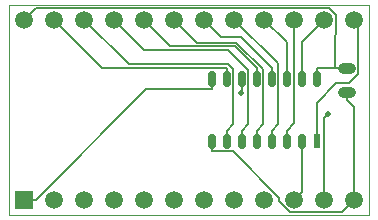
<source format=gbl>
G75*
%MOIN*%
%OFA0B0*%
%FSLAX25Y25*%
%IPPOS*%
%LPD*%
%AMOC8*
5,1,8,0,0,1.08239X$1,22.5*
%
%ADD10C,0.00000*%
%ADD11C,0.03564*%
%ADD12R,0.05906X0.05906*%
%ADD13C,0.05906*%
%ADD14R,0.02362X0.05118*%
%ADD15C,0.02339*%
%ADD16C,0.00600*%
%ADD17C,0.02000*%
D10*
X0001250Y0001000D02*
X0001250Y0071000D01*
X0121250Y0071000D01*
X0121250Y0001000D01*
X0001250Y0001000D01*
D11*
X0114968Y0042032D02*
X0114968Y0042068D01*
X0114968Y0042032D02*
X0112532Y0042032D01*
X0112532Y0042068D01*
X0114968Y0042068D01*
X0114968Y0049932D02*
X0114968Y0049968D01*
X0114968Y0049932D02*
X0112532Y0049932D01*
X0112532Y0049968D01*
X0114968Y0049968D01*
D12*
X0006250Y0006000D03*
D13*
X0016250Y0006000D03*
X0026250Y0006000D03*
X0036250Y0006000D03*
X0046250Y0006000D03*
X0056250Y0006000D03*
X0066250Y0006000D03*
X0076250Y0006000D03*
X0086250Y0006000D03*
X0096250Y0006000D03*
X0106250Y0006000D03*
X0116250Y0006000D03*
X0116250Y0066000D03*
X0106250Y0066000D03*
X0096250Y0066000D03*
X0086250Y0066000D03*
X0076250Y0066000D03*
X0066250Y0066000D03*
X0056250Y0066000D03*
X0046250Y0066000D03*
X0036250Y0066000D03*
X0026250Y0066000D03*
X0016250Y0066000D03*
X0006250Y0066000D03*
D14*
X0103750Y0025567D03*
D15*
X0098762Y0026957D02*
X0098762Y0024177D01*
X0098738Y0024177D01*
X0098738Y0026957D01*
X0098762Y0026957D01*
X0098762Y0026515D02*
X0098738Y0026515D01*
X0093762Y0026957D02*
X0093762Y0024177D01*
X0093738Y0024177D01*
X0093738Y0026957D01*
X0093762Y0026957D01*
X0093762Y0026515D02*
X0093738Y0026515D01*
X0088762Y0026957D02*
X0088762Y0024177D01*
X0088738Y0024177D01*
X0088738Y0026957D01*
X0088762Y0026957D01*
X0088762Y0026515D02*
X0088738Y0026515D01*
X0083762Y0026957D02*
X0083762Y0024177D01*
X0083738Y0024177D01*
X0083738Y0026957D01*
X0083762Y0026957D01*
X0083762Y0026515D02*
X0083738Y0026515D01*
X0078762Y0026957D02*
X0078762Y0024177D01*
X0078738Y0024177D01*
X0078738Y0026957D01*
X0078762Y0026957D01*
X0078762Y0026515D02*
X0078738Y0026515D01*
X0073762Y0026957D02*
X0073762Y0024177D01*
X0073738Y0024177D01*
X0073738Y0026957D01*
X0073762Y0026957D01*
X0073762Y0026515D02*
X0073738Y0026515D01*
X0068762Y0026957D02*
X0068762Y0024177D01*
X0068738Y0024177D01*
X0068738Y0026957D01*
X0068762Y0026957D01*
X0068762Y0026515D02*
X0068738Y0026515D01*
X0068762Y0045043D02*
X0068762Y0047823D01*
X0068762Y0045043D02*
X0068738Y0045043D01*
X0068738Y0047823D01*
X0068762Y0047823D01*
X0068762Y0047381D02*
X0068738Y0047381D01*
X0073762Y0047823D02*
X0073762Y0045043D01*
X0073738Y0045043D01*
X0073738Y0047823D01*
X0073762Y0047823D01*
X0073762Y0047381D02*
X0073738Y0047381D01*
X0078762Y0047823D02*
X0078762Y0045043D01*
X0078738Y0045043D01*
X0078738Y0047823D01*
X0078762Y0047823D01*
X0078762Y0047381D02*
X0078738Y0047381D01*
X0083762Y0047823D02*
X0083762Y0045043D01*
X0083738Y0045043D01*
X0083738Y0047823D01*
X0083762Y0047823D01*
X0083762Y0047381D02*
X0083738Y0047381D01*
X0088762Y0047823D02*
X0088762Y0045043D01*
X0088738Y0045043D01*
X0088738Y0047823D01*
X0088762Y0047823D01*
X0088762Y0047381D02*
X0088738Y0047381D01*
X0093762Y0047823D02*
X0093762Y0045043D01*
X0093738Y0045043D01*
X0093738Y0047823D01*
X0093762Y0047823D01*
X0093762Y0047381D02*
X0093738Y0047381D01*
X0098762Y0047823D02*
X0098762Y0045043D01*
X0098738Y0045043D01*
X0098738Y0047823D01*
X0098762Y0047823D01*
X0098762Y0047381D02*
X0098738Y0047381D01*
X0103762Y0047823D02*
X0103762Y0045043D01*
X0103738Y0045043D01*
X0103738Y0047823D01*
X0103762Y0047823D01*
X0103762Y0047381D02*
X0103738Y0047381D01*
D16*
X0103750Y0046433D02*
X0103750Y0049893D01*
X0109792Y0049893D01*
X0109850Y0049950D01*
X0113750Y0049950D01*
X0109850Y0049950D02*
X0109850Y0060746D01*
X0110200Y0061096D01*
X0110200Y0067546D01*
X0107889Y0069857D01*
X0010107Y0069857D01*
X0006250Y0066000D01*
X0016250Y0066000D02*
X0032357Y0049893D01*
X0073750Y0049893D01*
X0073750Y0046433D01*
X0075831Y0049565D02*
X0074303Y0051093D01*
X0041157Y0051093D01*
X0026250Y0066000D01*
X0036250Y0066000D02*
X0046248Y0056002D01*
X0074204Y0056002D01*
X0080831Y0049374D01*
X0080831Y0031108D01*
X0078750Y0029026D01*
X0078750Y0025567D01*
X0073750Y0025567D02*
X0073750Y0029026D01*
X0075831Y0031108D01*
X0075831Y0049565D01*
X0078750Y0046433D02*
X0078750Y0041924D01*
X0078450Y0041625D01*
X0083750Y0046433D02*
X0083750Y0049893D01*
X0076441Y0057202D01*
X0055048Y0057202D01*
X0046250Y0066000D01*
X0056250Y0066000D02*
X0063848Y0058402D01*
X0077014Y0058402D01*
X0085831Y0049585D01*
X0085831Y0031108D01*
X0083750Y0029026D01*
X0083750Y0025567D01*
X0088750Y0025567D02*
X0088750Y0029026D01*
X0090831Y0031108D01*
X0090831Y0051419D01*
X0076250Y0066000D01*
X0078439Y0060204D02*
X0072046Y0060204D01*
X0066250Y0066000D01*
X0078439Y0060204D02*
X0088750Y0049893D01*
X0088750Y0046433D01*
X0093750Y0046433D02*
X0093750Y0058500D01*
X0086250Y0066000D01*
X0096250Y0066000D02*
X0096250Y0031526D01*
X0093750Y0029026D01*
X0093750Y0025567D01*
X0098750Y0025567D02*
X0098750Y0008500D01*
X0096250Y0006000D01*
X0094849Y0001940D02*
X0091250Y0005539D01*
X0091250Y0006670D01*
X0075813Y0022107D01*
X0068750Y0022107D01*
X0068750Y0025567D01*
X0068750Y0042974D02*
X0047077Y0042974D01*
X0010103Y0006000D01*
X0006250Y0006000D01*
X0068750Y0042974D02*
X0068750Y0046433D01*
X0098750Y0046433D02*
X0098750Y0058500D01*
X0106250Y0066000D01*
X0116250Y0066000D02*
X0117651Y0064599D01*
X0117651Y0047773D01*
X0114629Y0044751D01*
X0110333Y0044751D01*
X0103750Y0038167D01*
X0103750Y0025567D01*
X0106250Y0033184D02*
X0107523Y0034457D01*
X0106250Y0033184D02*
X0106250Y0006000D01*
X0112190Y0001940D02*
X0116250Y0006000D01*
X0116250Y0036850D01*
X0113750Y0039350D01*
X0113750Y0042050D01*
X0112190Y0001940D02*
X0094849Y0001940D01*
D17*
X0107523Y0034457D03*
X0078450Y0041625D03*
M02*

</source>
